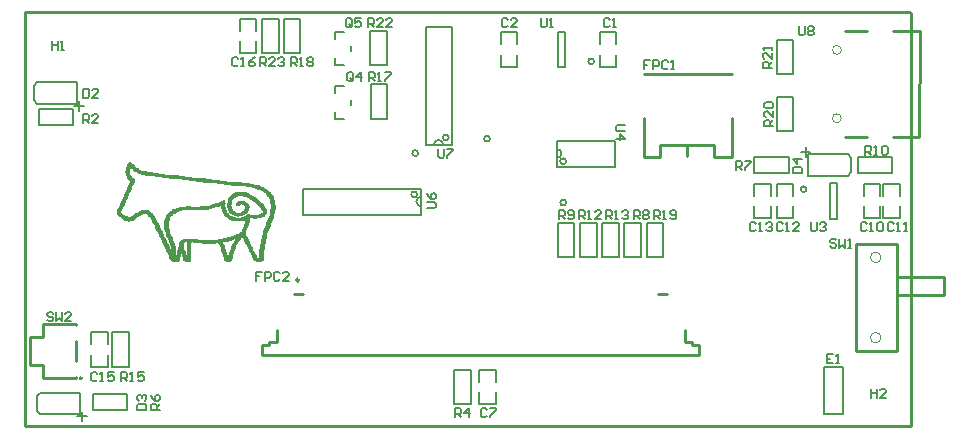
<source format=gto>
G04*
G04 #@! TF.GenerationSoftware,Altium Limited,Altium Designer,20.0.13 (296)*
G04*
G04 Layer_Color=65535*
%FSLAX24Y24*%
%MOIN*%
G70*
G01*
G75*
%ADD10C,0.0079*%
%ADD11C,0.0100*%
%ADD12C,0.0059*%
%ADD13C,0.0026*%
%ADD14C,0.0050*%
%ADD15C,0.0002*%
D10*
X36783Y42056D02*
G03*
X36783Y42056I-98J0D01*
G01*
X43864Y37794D02*
G03*
X43864Y37794I-98J0D01*
G01*
X30920Y38998D02*
G03*
X30920Y38998I-98J0D01*
G01*
X33313Y39478D02*
G03*
X33313Y39478I-98J0D01*
G01*
X35850Y37350D02*
G03*
X35850Y37350I-98J0D01*
G01*
D11*
X19704Y31502D02*
G03*
X19704Y31502I-32J0D01*
G01*
X26953Y34768D02*
G03*
X26953Y34768I-50J0D01*
G01*
X19501Y33259D02*
Y33286D01*
X18399D02*
X19501D01*
X18399Y32872D02*
Y33286D01*
X17985Y32872D02*
X18399D01*
X17985Y31928D02*
Y32872D01*
Y31928D02*
X18399D01*
Y31514D02*
Y31928D01*
Y31514D02*
X18635D01*
X19501Y32078D02*
Y32722D01*
X18655Y31514D02*
X19501D01*
Y31541D01*
X46879Y34283D02*
X48454D01*
X46879D02*
Y34873D01*
X48454D01*
Y34283D02*
Y34873D01*
X45501Y32393D02*
X46879D01*
X45501D02*
Y35976D01*
X46879D01*
Y32393D02*
Y35976D01*
X46747Y39540D02*
X47627D01*
X47632Y43060D01*
X46746D02*
X47632D01*
X45152Y39528D02*
X45868D01*
X45152Y43072D02*
X45868D01*
X38456Y41642D02*
X41396D01*
X38456Y38881D02*
X38986D01*
Y39262D01*
X39866D01*
Y38891D02*
Y39262D01*
X40786D01*
Y38881D02*
Y39262D01*
Y38881D02*
X41386D01*
X38643Y41642D02*
X41141D01*
X38456Y38881D02*
Y40158D01*
Y38881D02*
X38986D01*
X41396D02*
Y40158D01*
X38912Y34318D02*
X39211D01*
X26795D02*
X27094D01*
X25719Y32268D02*
Y32618D01*
X25953D01*
Y32718D01*
X26203D01*
Y33104D01*
X40286Y32268D02*
Y32618D01*
X40053D02*
X40286D01*
X40053D02*
Y32718D01*
X39803D02*
X40053D01*
X39803D02*
Y33104D01*
X25719Y32268D02*
X40286D01*
X47331Y43678D02*
X47350D01*
X47331D02*
X47331Y29922D01*
X47350Y29900D01*
X17800Y43700D02*
X47328D01*
X17800D02*
X17800Y29900D01*
X47350D01*
D12*
X30881Y37620D02*
G03*
X30881Y37620I-98J0D01*
G01*
X31019Y37542D02*
G03*
X31019Y37227I0J-157D01*
G01*
X31757Y39281D02*
G03*
X31443Y39281I-157J0D01*
G01*
X31935Y39518D02*
G03*
X31935Y39518I-98J0D01*
G01*
X35850Y38728D02*
G03*
X35850Y38728I-98J0D01*
G01*
X35536Y38827D02*
G03*
X35536Y39142I0J157D01*
G01*
X36974Y41875D02*
Y42273D01*
Y41875D02*
X37526D01*
Y42273D01*
X36974Y42627D02*
Y43025D01*
X37526D01*
Y42627D02*
Y43025D01*
X35582Y41859D02*
X35818D01*
X35582D02*
Y43041D01*
X35818D01*
Y41859D02*
Y43041D01*
X33674Y41875D02*
Y42273D01*
Y41875D02*
X34226D01*
Y42273D01*
X33674Y42627D02*
Y43025D01*
X34226D01*
Y42627D02*
Y43025D01*
X20075Y30424D02*
Y30976D01*
Y30424D02*
X21225D01*
X20075Y30976D02*
X21225D01*
Y30424D02*
Y30976D01*
X19564Y30221D02*
X19879D01*
X19721Y30063D02*
Y30378D01*
X18198Y30414D02*
X18316Y30296D01*
X18198Y30414D02*
Y30886D01*
X18316Y31004D01*
X19654D01*
Y30296D02*
Y31004D01*
X18316Y30296D02*
X19654D01*
X20724Y31875D02*
X21275D01*
Y33025D01*
X20724Y31875D02*
Y33025D01*
X21275D01*
X20576Y32627D02*
Y33025D01*
X20024D02*
X20576D01*
X20024Y32627D02*
Y33025D01*
X20576Y31875D02*
Y32273D01*
X20024Y31875D02*
X20576D01*
X20024D02*
Y32273D01*
X33506Y31377D02*
Y31775D01*
X32955D02*
X33506D01*
X32955Y31377D02*
Y31775D01*
X33506Y30625D02*
Y31023D01*
X32955Y30625D02*
X33506D01*
X32955D02*
Y31023D01*
X32124Y31775D02*
X32676D01*
X32124Y30625D02*
Y31775D01*
X32676Y30625D02*
Y31775D01*
X32124Y30625D02*
X32676D01*
X44435Y30287D02*
X45065D01*
Y31862D01*
X44435D02*
X45065D01*
X44435Y30287D02*
Y31862D01*
X43426Y37577D02*
Y37975D01*
X42874D02*
X43426D01*
X42874Y37577D02*
Y37975D01*
X43426Y36825D02*
Y37223D01*
X42874Y36825D02*
X43426D01*
X42874D02*
Y37223D01*
X42676Y37577D02*
Y37975D01*
X42125D02*
X42676D01*
X42125Y37577D02*
Y37975D01*
X42676Y36825D02*
Y37223D01*
X42125Y36825D02*
X42676D01*
X42125D02*
Y37223D01*
X44632Y37991D02*
X44868D01*
Y36809D02*
Y37991D01*
X44632Y36809D02*
X44868D01*
X44632D02*
Y37991D01*
X46424Y36825D02*
Y37223D01*
Y36825D02*
X46976D01*
Y37223D01*
X46424Y37577D02*
Y37975D01*
X46976D01*
Y37577D02*
Y37975D01*
X45770Y36825D02*
Y37223D01*
Y36825D02*
X46321D01*
Y37223D01*
X45770Y37577D02*
Y37975D01*
X46321D01*
Y37577D02*
Y37975D01*
X45576Y38324D02*
Y38876D01*
Y38324D02*
X46726D01*
X45576Y38876D02*
X46726D01*
Y38324D02*
Y38876D01*
X43673Y39029D02*
X43988D01*
X43831Y38872D02*
Y39187D01*
X45236Y38954D02*
X45354Y38836D01*
Y38364D02*
Y38836D01*
X45236Y38246D02*
X45354Y38364D01*
X43898Y38246D02*
X45236D01*
X43898D02*
Y38954D01*
X45236D01*
X42125Y38324D02*
Y38876D01*
Y38324D02*
X43275D01*
X42125Y38876D02*
X43275D01*
Y38324D02*
Y38876D01*
X42874Y40875D02*
X43426D01*
X42874Y39725D02*
Y40875D01*
X43426Y39725D02*
Y40875D01*
X42874Y39725D02*
X43426D01*
X42874Y41625D02*
X43426D01*
Y42775D01*
X42874Y41625D02*
Y42775D01*
X43426D01*
X38536Y36675D02*
X39087D01*
X38536Y35525D02*
Y36675D01*
X39087Y35525D02*
Y36675D01*
X38536Y35525D02*
X39087D01*
X37795D02*
X38347D01*
Y36675D01*
X37795Y35525D02*
Y36675D01*
X38347D01*
X37055D02*
X37606D01*
X37055Y35525D02*
Y36675D01*
X37606Y35525D02*
Y36675D01*
X37055Y35525D02*
X37606D01*
X36315Y36675D02*
X36866D01*
X36315Y35525D02*
Y36675D01*
X36866Y35525D02*
Y36675D01*
X36315Y35525D02*
X36866D01*
X35574D02*
X36126D01*
Y36675D01*
X35574Y35525D02*
Y36675D01*
X36126D01*
X27081Y37817D02*
X31019D01*
X27081Y36951D02*
Y37817D01*
Y36951D02*
X31019D01*
Y37817D01*
X31167Y39281D02*
X32033D01*
X31167D02*
Y43218D01*
X32033D01*
Y39281D02*
Y43218D01*
X29343Y40142D02*
X29894D01*
Y41291D01*
X29343Y40142D02*
Y41291D01*
X29894D01*
X28139Y41006D02*
Y41242D01*
X28454D01*
X28139Y40139D02*
Y40376D01*
Y40139D02*
X28454D01*
X28691Y40612D02*
Y40769D01*
X29324Y41926D02*
X29876D01*
Y43076D01*
X29324Y41926D02*
Y43076D01*
X29876D01*
X28139Y42789D02*
Y43025D01*
X28454D01*
X28139Y41923D02*
Y42159D01*
Y41923D02*
X28454D01*
X28691Y42395D02*
Y42553D01*
X19425Y39924D02*
Y40476D01*
X18275D02*
X19425D01*
X18275Y39924D02*
X19425D01*
X18275D02*
Y40476D01*
X19464Y40571D02*
X19779D01*
X19621Y40413D02*
Y40728D01*
X18098Y40764D02*
X18216Y40646D01*
X18098Y40764D02*
Y41236D01*
X18216Y41354D01*
X19554D01*
Y40646D02*
Y41354D01*
X18216Y40646D02*
X19554D01*
X26432Y42325D02*
X26983D01*
Y43475D01*
X26432Y42325D02*
Y43475D01*
X26983D01*
X25724D02*
X26276D01*
X25724Y42325D02*
Y43475D01*
X26276Y42325D02*
Y43475D01*
X25724Y42325D02*
X26276D01*
X25525Y43077D02*
Y43475D01*
X24974D02*
X25525D01*
X24974Y43077D02*
Y43475D01*
X25525Y42325D02*
Y42723D01*
X24974Y42325D02*
X25525D01*
X24974D02*
Y42723D01*
X35531Y38551D02*
Y39417D01*
X37469D01*
Y38551D02*
Y39417D01*
X35531Y38551D02*
X37469D01*
D13*
X25499Y35411D02*
X25680D01*
X24516D02*
X24645D01*
X23144D02*
X23300D01*
X22705D02*
X22912D01*
X25447Y35437D02*
X25732D01*
X24464D02*
X24697D01*
X23093D02*
X23326D01*
X22679D02*
X22963D01*
X25421Y35463D02*
X25732D01*
X24464D02*
X24697D01*
X23093D02*
X23326D01*
X22653D02*
X22963D01*
X25421Y35489D02*
X25732D01*
X24438D02*
X24697D01*
X23067D02*
X23326D01*
X22653D02*
X22963D01*
X25421Y35515D02*
X25732D01*
X24438D02*
X24723D01*
X23067D02*
X23326D01*
X22627D02*
X22963D01*
X25602Y35541D02*
X25758D01*
X25395D02*
X25525D01*
X24593D02*
X24723D01*
X24438D02*
X24567D01*
X23222D02*
X23326D01*
X23067D02*
X23196D01*
X22860D02*
X22963D01*
X22627D02*
X22808D01*
X25628Y35566D02*
X25758D01*
X25395D02*
X25525D01*
X24593D02*
X24723D01*
X24412D02*
X24542D01*
X23222D02*
X23326D01*
X23041D02*
X23196D01*
X22860D02*
X22989D01*
X22627D02*
X22808D01*
X25628Y35592D02*
X25758D01*
X25370D02*
X25499D01*
X24593D02*
X24723D01*
X24412D02*
X24542D01*
X23222D02*
X23326D01*
X23041D02*
X23170D01*
X22860D02*
X22989D01*
X22601D02*
X22808D01*
X25628Y35618D02*
X25758D01*
X25370D02*
X25473D01*
X24619D02*
X24723D01*
X24412D02*
X24542D01*
X23222D02*
X23326D01*
X23041D02*
X23170D01*
X22860D02*
X22989D01*
X22601D02*
X22808D01*
X25628Y35644D02*
X25758D01*
X25344D02*
X25473D01*
X24619D02*
X24723D01*
X24412D02*
X24516D01*
X23222D02*
X23326D01*
X23041D02*
X23144D01*
X22886D02*
X22989D01*
X22575D02*
X22808D01*
X25628Y35670D02*
X25758D01*
X25344D02*
X25447D01*
X24619D02*
X24749D01*
X24386D02*
X24516D01*
X23222D02*
X23326D01*
X23015D02*
X23144D01*
X22886D02*
X22989D01*
X22575D02*
X22808D01*
X25628Y35696D02*
X25758D01*
X25318D02*
X25447D01*
X24619D02*
X24749D01*
X24386D02*
X24516D01*
X23222D02*
X23326D01*
X23015D02*
X23144D01*
X22886D02*
X22989D01*
X22549D02*
X22808D01*
X25628Y35722D02*
X25758D01*
X25318D02*
X25421D01*
X24645D02*
X24749D01*
X24386D02*
X24490D01*
X23222D02*
X23326D01*
X22886D02*
X23144D01*
X22549D02*
X22808D01*
X25628Y35748D02*
X25758D01*
X25292D02*
X25421D01*
X24645D02*
X24749D01*
X24360D02*
X24490D01*
X23222D02*
X23326D01*
X22886D02*
X23119D01*
X22679D02*
X22808D01*
X22523D02*
X22653D01*
X25628Y35773D02*
X25758D01*
X25292D02*
X25395D01*
X24645D02*
X24774D01*
X24360D02*
X24490D01*
X23222D02*
X23326D01*
X22886D02*
X23119D01*
X22679D02*
X22808D01*
X22523D02*
X22653D01*
X25628Y35799D02*
X25784D01*
X25266D02*
X25395D01*
X24671D02*
X24774D01*
X24360D02*
X24490D01*
X23222D02*
X23326D01*
X22912D02*
X23093D01*
X22679D02*
X22808D01*
X22498D02*
X22653D01*
X25654Y35825D02*
X25784D01*
X25266D02*
X25395D01*
X24671D02*
X24800D01*
X24335D02*
X24464D01*
X23222D02*
X23326D01*
X22912D02*
X23093D01*
X22679D02*
X22808D01*
X22498D02*
X22627D01*
X25654Y35851D02*
X25784D01*
X25240D02*
X25370D01*
X24671D02*
X24800D01*
X24335D02*
X24464D01*
X23222D02*
X23326D01*
X22912D02*
X23093D01*
X22679D02*
X22808D01*
X22472D02*
X22601D01*
X25654Y35877D02*
X25784D01*
X25240D02*
X25370D01*
X24697D02*
X24800D01*
X24335D02*
X24438D01*
X23222D02*
X23326D01*
X22912D02*
X23067D01*
X22679D02*
X22808D01*
X22472D02*
X22601D01*
X25654Y35903D02*
X25784D01*
X25214D02*
X25344D01*
X24697D02*
X24826D01*
X24309D02*
X24438D01*
X23222D02*
X23326D01*
X22937D02*
X23067D01*
X22679D02*
X22808D01*
X22446D02*
X22601D01*
X25654Y35929D02*
X25784D01*
X25214D02*
X25318D01*
X24723D02*
X24826D01*
X24309D02*
X24438D01*
X23222D02*
X23326D01*
X22937D02*
X23067D01*
X22653D02*
X22782D01*
X22446D02*
X22575D01*
X25654Y35955D02*
X25784D01*
X25188D02*
X25318D01*
X24723D02*
X24852D01*
X24283D02*
X24412D01*
X23222D02*
X23326D01*
X22937D02*
X23067D01*
X22653D02*
X22782D01*
X22446D02*
X22575D01*
X25654Y35980D02*
X25784D01*
X25188D02*
X25318D01*
X24749D02*
X24852D01*
X24283D02*
X24412D01*
X23222D02*
X23326D01*
X22937D02*
X23067D01*
X22653D02*
X22782D01*
X22420D02*
X22549D01*
X25680Y36006D02*
X25809D01*
X25163D02*
X25292D01*
X24749D02*
X24878D01*
X24257D02*
X24386D01*
X23714D02*
X24153D01*
X23222D02*
X23326D01*
X22963D02*
X23093D01*
X22653D02*
X22782D01*
X22420D02*
X22549D01*
X25680Y36032D02*
X25809D01*
X25163D02*
X25292D01*
X24774D02*
X24878D01*
X23403D02*
X24386D01*
X23222D02*
X23351D01*
X22963D02*
X23119D01*
X22627D02*
X22756D01*
X22394D02*
X22523D01*
X25680Y36058D02*
X25809D01*
X25137D02*
X25266D01*
X24774D02*
X24904D01*
X22989D02*
X24464D01*
X22627D02*
X22756D01*
X22394D02*
X22523D01*
X25680Y36084D02*
X25809D01*
X25111D02*
X25266D01*
X24800D02*
X24930D01*
X22989D02*
X24567D01*
X22601D02*
X22756D01*
X22368D02*
X22498D01*
X25680Y36110D02*
X25809D01*
X25111D02*
X25240D01*
X24800D02*
X24956D01*
X23015D02*
X24671D01*
X22601D02*
X22730D01*
X22368D02*
X22498D01*
X25680Y36136D02*
X25809D01*
X25111D02*
X25240D01*
X24826D02*
X24981D01*
X24257D02*
X24749D01*
X23067D02*
X23533D01*
X22575D02*
X22730D01*
X22342D02*
X22472D01*
X25706Y36162D02*
X25835D01*
X25085D02*
X25214D01*
X24852D02*
X24981D01*
X24412D02*
X24826D01*
X22575D02*
X22730D01*
X22342D02*
X22472D01*
X25706Y36187D02*
X25835D01*
X25085D02*
X25214D01*
X24542D02*
X25007D01*
X22549D02*
X22705D01*
X22316D02*
X22446D01*
X25706Y36213D02*
X25835D01*
X25059D02*
X25188D01*
X24619D02*
X25033D01*
X22549D02*
X22705D01*
X22316D02*
X22446D01*
X25706Y36239D02*
X25835D01*
X25059D02*
X25188D01*
X24697D02*
X25033D01*
X22523D02*
X22679D01*
X22291D02*
X22420D01*
X25706Y36265D02*
X25861D01*
X24774D02*
X25163D01*
X22523D02*
X22653D01*
X22291D02*
X22420D01*
X25732Y36291D02*
X25861D01*
X24852D02*
X25163D01*
X22523D02*
X22653D01*
X22265D02*
X22420D01*
X25732Y36317D02*
X25861D01*
X24904D02*
X25137D01*
X22498D02*
X22653D01*
X22265D02*
X22394D01*
X25732Y36343D02*
X25861D01*
X24956D02*
X25137D01*
X22498D02*
X22627D01*
X22239D02*
X22368D01*
X25758Y36369D02*
X25887D01*
X24981D02*
X25137D01*
X22498D02*
X22627D01*
X22239D02*
X22368D01*
X25758Y36394D02*
X25887D01*
X25033D02*
X25163D01*
X22472D02*
X22601D01*
X22213D02*
X22368D01*
X25758Y36420D02*
X25887D01*
X25033D02*
X25163D01*
X22472D02*
X22601D01*
X22213D02*
X22342D01*
X25758Y36446D02*
X25913D01*
X25059D02*
X25163D01*
X22472D02*
X22601D01*
X22187D02*
X22342D01*
X25784Y36472D02*
X25913D01*
X25059D02*
X25188D01*
X22446D02*
X22601D01*
X22187D02*
X22316D01*
X25784Y36498D02*
X25939D01*
X25085D02*
X25188D01*
X22446D02*
X22575D01*
X22161D02*
X22316D01*
X25809Y36524D02*
X25939D01*
X25085D02*
X25214D01*
X22446D02*
X22575D01*
X22161D02*
X22291D01*
X25809Y36550D02*
X25939D01*
X25085D02*
X25214D01*
X22446D02*
X22575D01*
X22135D02*
X22291D01*
X25809Y36576D02*
X25965D01*
X25111D02*
X25214D01*
X22446D02*
X22575D01*
X22135D02*
X22265D01*
X25835Y36601D02*
X25965D01*
X25111D02*
X25240D01*
X22446D02*
X22575D01*
X22135D02*
X22265D01*
X25835Y36627D02*
X25991D01*
X25111D02*
X25240D01*
X22446D02*
X22575D01*
X22109D02*
X22239D01*
X25861Y36653D02*
X25991D01*
X25137D02*
X25240D01*
X22446D02*
X22575D01*
X22084D02*
X22239D01*
X25861Y36679D02*
X25991D01*
X25137D02*
X25240D01*
X22446D02*
X22575D01*
X22084D02*
X22213D01*
X25861Y36705D02*
X26016D01*
X25137D02*
X25266D01*
X22446D02*
X22575D01*
X22058D02*
X22213D01*
X25887Y36731D02*
X26016D01*
X25137D02*
X25266D01*
X22446D02*
X22575D01*
X22058D02*
X22187D01*
X21256D02*
X21281D01*
X25887Y36757D02*
X26042D01*
X25163D02*
X25266D01*
X24774D02*
X25059D01*
X22446D02*
X22575D01*
X22032D02*
X22187D01*
X21178D02*
X21359D01*
X25913Y36783D02*
X26042D01*
X24671D02*
X25266D01*
X22472D02*
X22601D01*
X22032D02*
X22161D01*
X21126D02*
X21411D01*
X25913Y36808D02*
X26042D01*
X24619D02*
X25266D01*
X22472D02*
X22601D01*
X22006D02*
X22161D01*
X21074D02*
X21437D01*
X25913Y36834D02*
X26068D01*
X25421D02*
X25525D01*
X24567D02*
X25266D01*
X22472D02*
X22601D01*
X22006D02*
X22135D01*
X21049D02*
X21488D01*
X25939Y36860D02*
X26068D01*
X25007D02*
X25680D01*
X24542D02*
X24826D01*
X22498D02*
X22627D01*
X21980D02*
X22109D01*
X21281D02*
X21514D01*
X21023D02*
X21256D01*
X25939Y36886D02*
X26068D01*
X25111D02*
X25732D01*
X24516D02*
X24723D01*
X22498D02*
X22653D01*
X21954D02*
X22109D01*
X21333D02*
X21566D01*
X20971D02*
X21204D01*
X25965Y36912D02*
X26094D01*
X25163D02*
X25784D01*
X24878D02*
X24930D01*
X24490D02*
X24671D01*
X22523D02*
X22653D01*
X21928D02*
X22084D01*
X21359D02*
X21592D01*
X20945D02*
X21152D01*
X25965Y36938D02*
X26094D01*
X25188D02*
X25784D01*
X24774D02*
X25059D01*
X24464D02*
X24619D01*
X22523D02*
X22705D01*
X21928D02*
X22084D01*
X21411D02*
X21644D01*
X20919D02*
X21100D01*
X25965Y36964D02*
X26094D01*
X25628D02*
X25809D01*
X25214D02*
X25292D01*
X24723D02*
X25111D01*
X24438D02*
X24593D01*
X22549D02*
X22730D01*
X21877D02*
X22058D01*
X21437D02*
X21721D01*
X20893D02*
X21049D01*
X25965Y36990D02*
X26120D01*
X25680D02*
X25835D01*
X24671D02*
X25163D01*
X24438D02*
X24567D01*
X22575D02*
X22756D01*
X21488D02*
X22032D01*
X20893D02*
X21023D01*
X25991Y37015D02*
X26120D01*
X25706D02*
X25835D01*
X24645D02*
X25188D01*
X24412D02*
X24542D01*
X22601D02*
X22808D01*
X21540D02*
X22006D01*
X20867D02*
X20997D01*
X25991Y37041D02*
X26120D01*
X25732D02*
X25835D01*
X25007D02*
X25214D01*
X24619D02*
X24826D01*
X24412D02*
X24516D01*
X22627D02*
X22860D01*
X21566D02*
X21980D01*
X20867D02*
X20971D01*
X25991Y37067D02*
X26120D01*
X25732D02*
X25835D01*
X25059D02*
X25214D01*
X24619D02*
X24774D01*
X24386D02*
X24516D01*
X22653D02*
X22912D01*
X21618D02*
X21954D01*
X20867D02*
X20997D01*
X25991Y37093D02*
X26120D01*
X25706D02*
X25835D01*
X25111D02*
X25240D01*
X24593D02*
X24723D01*
X24386D02*
X24516D01*
X22705D02*
X23015D01*
X21670D02*
X21902D01*
X20893D02*
X21023D01*
X25991Y37119D02*
X26120D01*
X25706D02*
X25835D01*
X25111D02*
X25240D01*
X24593D02*
X24723D01*
X24386D02*
X24490D01*
X22730D02*
X23740D01*
X20893D02*
X21023D01*
X25991Y37145D02*
X26146D01*
X25680D02*
X25809D01*
X25137D02*
X25240D01*
X24567D02*
X24697D01*
X24386D02*
X24490D01*
X22808D02*
X23921D01*
X20919D02*
X21023D01*
X26016Y37171D02*
X26146D01*
X25680D02*
X25809D01*
X25137D02*
X25240D01*
X24567D02*
X24671D01*
X24360D02*
X24490D01*
X22860D02*
X24024D01*
X20919D02*
X21049D01*
X26016Y37197D02*
X26146D01*
X25654D02*
X25784D01*
X25137D02*
X25266D01*
X24542D02*
X24671D01*
X24360D02*
X24490D01*
X22963D02*
X24102D01*
X20945D02*
X21049D01*
X26016Y37222D02*
X26146D01*
X25628D02*
X25784D01*
X25137D02*
X25266D01*
X24542D02*
X24671D01*
X24360D02*
X24464D01*
X23662D02*
X24205D01*
X23170D02*
X23326D01*
X20945D02*
X21074D01*
X26016Y37248D02*
X26146D01*
X25602D02*
X25758D01*
X25137D02*
X25240D01*
X24542D02*
X24671D01*
X24360D02*
X24464D01*
X23869D02*
X24283D01*
X20971D02*
X21074D01*
X26016Y37274D02*
X26146D01*
X25577D02*
X25758D01*
X25111D02*
X25240D01*
X24852D02*
X24956D01*
X24542D02*
X24645D01*
X23972D02*
X24464D01*
X20971D02*
X21100D01*
X26016Y37300D02*
X26120D01*
X25551D02*
X25732D01*
X25059D02*
X25240D01*
X24852D02*
X24981D01*
X24542D02*
X24671D01*
X24050D02*
X24464D01*
X20971D02*
X21100D01*
X25991Y37326D02*
X26120D01*
X25525D02*
X25706D01*
X24852D02*
X25214D01*
X24542D02*
X24671D01*
X24153D02*
X24464D01*
X20997D02*
X21126D01*
X25991Y37352D02*
X26120D01*
X25499D02*
X25680D01*
X24878D02*
X25188D01*
X24542D02*
X24671D01*
X24205D02*
X24490D01*
X20997D02*
X21126D01*
X25991Y37378D02*
X26120D01*
X25473D02*
X25654D01*
X24878D02*
X25163D01*
X24567D02*
X24671D01*
X24283D02*
X24464D01*
X21023D02*
X21152D01*
X25991Y37404D02*
X26120D01*
X25421D02*
X25602D01*
X24930D02*
X25111D01*
X24567D02*
X24671D01*
X24360D02*
X24464D01*
X21023D02*
X21152D01*
X25991Y37429D02*
X26120D01*
X25395D02*
X25577D01*
X24567D02*
X24697D01*
X24412D02*
X24438D01*
X21049D02*
X21152D01*
X25965Y37455D02*
X26094D01*
X25370D02*
X25551D01*
X24567D02*
X24697D01*
X21049D02*
X21178D01*
X25965Y37481D02*
X26094D01*
X25318D02*
X25525D01*
X24593D02*
X24723D01*
X21074D02*
X21178D01*
X25939Y37507D02*
X26094D01*
X25266D02*
X25499D01*
X24593D02*
X24749D01*
X21074D02*
X21204D01*
X25939Y37533D02*
X26068D01*
X25214D02*
X25473D01*
X24619D02*
X24800D01*
X21074D02*
X21204D01*
X25913Y37559D02*
X26068D01*
X25188D02*
X25421D01*
X24645D02*
X24852D01*
X21100D02*
X21230D01*
X25887Y37585D02*
X26042D01*
X25085D02*
X25395D01*
X24645D02*
X24878D01*
X21100D02*
X21230D01*
X25887Y37610D02*
X26042D01*
X24697D02*
X25344D01*
X21126D02*
X21256D01*
X25861Y37636D02*
X26016D01*
X24723D02*
X25292D01*
X21126D02*
X21256D01*
X25835Y37662D02*
X25991D01*
X24749D02*
X25240D01*
X21152D02*
X21256D01*
X25809Y37688D02*
X25965D01*
X24826D02*
X25188D01*
X21152D02*
X21281D01*
X25784Y37714D02*
X25939D01*
X24878D02*
X25085D01*
X21178D02*
X21281D01*
X25732Y37740D02*
X25913D01*
X21178D02*
X21307D01*
X25680Y37766D02*
X25887D01*
X21178D02*
X21307D01*
X25628Y37792D02*
X25861D01*
X21204D02*
X21333D01*
X25551Y37817D02*
X25809D01*
X21204D02*
X21333D01*
X25473Y37843D02*
X25784D01*
X21230D02*
X21333D01*
X25370Y37869D02*
X25732D01*
X21230D02*
X21359D01*
X25188Y37895D02*
X25654D01*
X21256D02*
X21359D01*
X24930Y37921D02*
X25602D01*
X21256D02*
X21385D01*
X24697Y37947D02*
X25525D01*
X21256D02*
X21385D01*
X24438Y37973D02*
X25421D01*
X21281D02*
X21411D01*
X24205Y37999D02*
X25266D01*
X21281D02*
X21411D01*
X23946Y38024D02*
X25007D01*
X21307D02*
X21437D01*
X23740Y38050D02*
X24774D01*
X21307D02*
X21437D01*
X23507Y38076D02*
X24516D01*
X21307D02*
X21437D01*
X23274Y38102D02*
X24283D01*
X21281D02*
X21437D01*
X23041Y38128D02*
X24024D01*
X21256D02*
X21437D01*
X22808Y38154D02*
X23817D01*
X21256D02*
X21411D01*
X22601Y38180D02*
X23584D01*
X21230D02*
X21385D01*
X22368Y38206D02*
X23351D01*
X21204D02*
X21359D01*
X22161Y38231D02*
X23119D01*
X21204D02*
X21333D01*
X21980Y38257D02*
X22912D01*
X21178D02*
X21307D01*
X21799Y38283D02*
X22653D01*
X21178D02*
X21307D01*
X21670Y38309D02*
X22446D01*
X21178D02*
X21281D01*
X21592Y38335D02*
X22239D01*
X21178D02*
X21281D01*
X21540Y38361D02*
X22032D01*
X21152D02*
X21281D01*
X21488Y38387D02*
X21851D01*
X21152D02*
X21281D01*
X21463Y38413D02*
X21721D01*
X21152D02*
X21281D01*
X21411Y38438D02*
X21644D01*
X21178D02*
X21281D01*
X21411Y38464D02*
X21592D01*
X21178D02*
X21281D01*
X21385Y38490D02*
X21566D01*
X21178D02*
X21281D01*
X21359Y38516D02*
X21514D01*
X21178D02*
X21307D01*
X21178Y38542D02*
X21488D01*
X21204Y38568D02*
X21463D01*
X21204Y38594D02*
X21437D01*
X21230Y38620D02*
X21411D01*
X21230Y38645D02*
X21385D01*
X21256Y38671D02*
X21359D01*
X21281Y38697D02*
X21307D01*
D14*
X24925Y42150D02*
X24875Y42200D01*
X24775D01*
X24725Y42150D01*
Y41950D01*
X24775Y41900D01*
X24875D01*
X24925Y41950D01*
X25025Y41900D02*
X25125D01*
X25075D01*
Y42200D01*
X25025Y42150D01*
X25475Y42200D02*
X25375Y42150D01*
X25275Y42050D01*
Y41950D01*
X25325Y41900D01*
X25425D01*
X25475Y41950D01*
Y42000D01*
X25425Y42050D01*
X25275D01*
X29275Y41400D02*
Y41700D01*
X29425D01*
X29475Y41650D01*
Y41550D01*
X29425Y41500D01*
X29275D01*
X29375D02*
X29475Y41400D01*
X29575D02*
X29675D01*
X29625D01*
Y41700D01*
X29575Y41650D01*
X29825Y41700D02*
X30025D01*
Y41650D01*
X29825Y41450D01*
Y41400D01*
X31586Y39148D02*
Y38898D01*
X31636Y38848D01*
X31736D01*
X31786Y38898D01*
Y39148D01*
X31886D02*
X32086D01*
Y39098D01*
X31886Y38898D01*
Y38848D01*
X44750Y32300D02*
X44550D01*
Y32000D01*
X44750D01*
X44550Y32150D02*
X44650D01*
X44850Y32000D02*
X44950D01*
X44900D01*
Y32300D01*
X44850Y32250D01*
X37800Y39934D02*
X37550D01*
X37500Y39884D01*
Y39784D01*
X37550Y39734D01*
X37800D01*
X37500Y39484D02*
X37800D01*
X37650Y39634D01*
Y39434D01*
X31200Y37164D02*
X31450D01*
X31500Y37214D01*
Y37314D01*
X31450Y37364D01*
X31200D01*
Y37664D02*
X31250Y37564D01*
X31350Y37464D01*
X31450D01*
X31500Y37514D01*
Y37614D01*
X31450Y37664D01*
X31400D01*
X31350Y37614D01*
Y37464D01*
X44000Y36700D02*
Y36450D01*
X44050Y36400D01*
X44150D01*
X44200Y36450D01*
Y36700D01*
X44300Y36650D02*
X44350Y36700D01*
X44450D01*
X44500Y36650D01*
Y36600D01*
X44450Y36550D01*
X44400D01*
X44450D01*
X44500Y36500D01*
Y36450D01*
X44450Y36400D01*
X44350D01*
X44300Y36450D01*
X35000Y43500D02*
Y43250D01*
X35050Y43200D01*
X35150D01*
X35200Y43250D01*
Y43500D01*
X35300Y43200D02*
X35400D01*
X35350D01*
Y43500D01*
X35300Y43450D01*
X32150Y30200D02*
Y30500D01*
X32300D01*
X32350Y30450D01*
Y30350D01*
X32300Y30300D01*
X32150D01*
X32250D02*
X32350Y30200D01*
X32600D02*
Y30500D01*
X32450Y30350D01*
X32650D01*
X38650Y42100D02*
X38450D01*
Y41950D01*
X38550D01*
X38450D01*
Y41800D01*
X38750D02*
Y42100D01*
X38900D01*
X38950Y42050D01*
Y41950D01*
X38900Y41900D01*
X38750D01*
X39250Y42050D02*
X39200Y42100D01*
X39100D01*
X39050Y42050D01*
Y41850D01*
X39100Y41800D01*
X39200D01*
X39250Y41850D01*
X39350Y41800D02*
X39450D01*
X39400D01*
Y42100D01*
X39350Y42050D01*
X20225Y31650D02*
X20175Y31700D01*
X20075D01*
X20025Y31650D01*
Y31450D01*
X20075Y31400D01*
X20175D01*
X20225Y31450D01*
X20325Y31400D02*
X20425D01*
X20375D01*
Y31700D01*
X20325Y31650D01*
X20775Y31700D02*
X20575D01*
Y31550D01*
X20675Y31600D01*
X20725D01*
X20775Y31550D01*
Y31450D01*
X20725Y31400D01*
X20625D01*
X20575Y31450D01*
X42175Y36650D02*
X42125Y36700D01*
X42025D01*
X41975Y36650D01*
Y36450D01*
X42025Y36400D01*
X42125D01*
X42175Y36450D01*
X42275Y36400D02*
X42375D01*
X42325D01*
Y36700D01*
X42275Y36650D01*
X42525D02*
X42575Y36700D01*
X42675D01*
X42725Y36650D01*
Y36600D01*
X42675Y36550D01*
X42625D01*
X42675D01*
X42725Y36500D01*
Y36450D01*
X42675Y36400D01*
X42575D01*
X42525Y36450D01*
X43075Y36650D02*
X43025Y36700D01*
X42925D01*
X42875Y36650D01*
Y36450D01*
X42925Y36400D01*
X43025D01*
X43075Y36450D01*
X43175Y36400D02*
X43275D01*
X43225D01*
Y36700D01*
X43175Y36650D01*
X43625Y36400D02*
X43425D01*
X43625Y36600D01*
Y36650D01*
X43575Y36700D01*
X43475D01*
X43425Y36650D01*
X46775D02*
X46725Y36700D01*
X46625D01*
X46575Y36650D01*
Y36450D01*
X46625Y36400D01*
X46725D01*
X46775Y36450D01*
X46875Y36400D02*
X46975D01*
X46925D01*
Y36700D01*
X46875Y36650D01*
X47125Y36400D02*
X47225D01*
X47175D01*
Y36700D01*
X47125Y36650D01*
X45870D02*
X45820Y36700D01*
X45720D01*
X45670Y36650D01*
Y36450D01*
X45720Y36400D01*
X45820D01*
X45870Y36450D01*
X45970Y36400D02*
X46070D01*
X46020D01*
Y36700D01*
X45970Y36650D01*
X46220D02*
X46270Y36700D01*
X46370D01*
X46420Y36650D01*
Y36450D01*
X46370Y36400D01*
X46270D01*
X46220Y36450D01*
Y36650D01*
X33200Y30450D02*
X33150Y30500D01*
X33050D01*
X33000Y30450D01*
Y30250D01*
X33050Y30200D01*
X33150D01*
X33200Y30250D01*
X33300Y30500D02*
X33500D01*
Y30450D01*
X33300Y30250D01*
Y30200D01*
X33900Y43450D02*
X33850Y43500D01*
X33750D01*
X33700Y43450D01*
Y43250D01*
X33750Y43200D01*
X33850D01*
X33900Y43250D01*
X34200Y43200D02*
X34000D01*
X34200Y43400D01*
Y43450D01*
X34150Y43500D01*
X34050D01*
X34000Y43450D01*
X37300D02*
X37250Y43500D01*
X37150D01*
X37100Y43450D01*
Y43250D01*
X37150Y43200D01*
X37250D01*
X37300Y43250D01*
X37400Y43200D02*
X37500D01*
X37450D01*
Y43500D01*
X37400Y43450D01*
X44850Y36100D02*
X44800Y36150D01*
X44700D01*
X44650Y36100D01*
Y36050D01*
X44700Y36000D01*
X44800D01*
X44850Y35950D01*
Y35900D01*
X44800Y35850D01*
X44700D01*
X44650Y35900D01*
X44950Y36150D02*
Y35850D01*
X45050Y35950D01*
X45150Y35850D01*
Y36150D01*
X45250Y35850D02*
X45350D01*
X45300D01*
Y36150D01*
X45250Y36100D01*
X43600Y43222D02*
Y42972D01*
X43650Y42922D01*
X43750D01*
X43800Y42972D01*
Y43222D01*
X43900Y43172D02*
X43950Y43222D01*
X44050D01*
X44100Y43172D01*
Y43122D01*
X44050Y43072D01*
X44100Y43022D01*
Y42972D01*
X44050Y42922D01*
X43950D01*
X43900Y42972D01*
Y43022D01*
X43950Y43072D01*
X43900Y43122D01*
Y43172D01*
X43950Y43072D02*
X44050D01*
X18750Y33650D02*
X18700Y33700D01*
X18600D01*
X18550Y33650D01*
Y33600D01*
X18600Y33550D01*
X18700D01*
X18750Y33500D01*
Y33450D01*
X18700Y33400D01*
X18600D01*
X18550Y33450D01*
X18850Y33700D02*
Y33400D01*
X18950Y33500D01*
X19050Y33400D01*
Y33700D01*
X19350Y33400D02*
X19150D01*
X19350Y33600D01*
Y33650D01*
X19300Y33700D01*
X19200D01*
X19150Y33650D01*
X25650Y41901D02*
Y42201D01*
X25800D01*
X25850Y42151D01*
Y42051D01*
X25800Y42001D01*
X25650D01*
X25750D02*
X25850Y41901D01*
X26150D02*
X25950D01*
X26150Y42101D01*
Y42151D01*
X26100Y42201D01*
X26000D01*
X25950Y42151D01*
X26250D02*
X26300Y42201D01*
X26400D01*
X26450Y42151D01*
Y42101D01*
X26400Y42051D01*
X26350D01*
X26400D01*
X26450Y42001D01*
Y41951D01*
X26400Y41901D01*
X26300D01*
X26250Y41951D01*
X29250Y43200D02*
Y43500D01*
X29400D01*
X29450Y43450D01*
Y43350D01*
X29400Y43300D01*
X29250D01*
X29350D02*
X29450Y43200D01*
X29750D02*
X29550D01*
X29750Y43400D01*
Y43450D01*
X29700Y43500D01*
X29600D01*
X29550Y43450D01*
X30050Y43200D02*
X29850D01*
X30050Y43400D01*
Y43450D01*
X30000Y43500D01*
X29900D01*
X29850Y43450D01*
X42700Y41850D02*
X42400D01*
Y42000D01*
X42450Y42050D01*
X42550D01*
X42600Y42000D01*
Y41850D01*
Y41950D02*
X42700Y42050D01*
Y42350D02*
Y42150D01*
X42500Y42350D01*
X42450D01*
X42400Y42300D01*
Y42200D01*
X42450Y42150D01*
X42700Y42450D02*
Y42550D01*
Y42500D01*
X42400D01*
X42450Y42450D01*
X42750Y39900D02*
X42450D01*
Y40050D01*
X42500Y40100D01*
X42600D01*
X42650Y40050D01*
Y39900D01*
Y40000D02*
X42750Y40100D01*
Y40400D02*
Y40200D01*
X42550Y40400D01*
X42500D01*
X42450Y40350D01*
Y40250D01*
X42500Y40200D01*
Y40500D02*
X42450Y40550D01*
Y40650D01*
X42500Y40700D01*
X42700D01*
X42750Y40650D01*
Y40550D01*
X42700Y40500D01*
X42500D01*
X38775Y36800D02*
Y37100D01*
X38925D01*
X38975Y37050D01*
Y36950D01*
X38925Y36900D01*
X38775D01*
X38875D02*
X38975Y36800D01*
X39075D02*
X39175D01*
X39125D01*
Y37100D01*
X39075Y37050D01*
X39325Y36850D02*
X39375Y36800D01*
X39475D01*
X39525Y36850D01*
Y37050D01*
X39475Y37100D01*
X39375D01*
X39325Y37050D01*
Y37000D01*
X39375Y36950D01*
X39525D01*
X26675Y41901D02*
Y42201D01*
X26825D01*
X26875Y42151D01*
Y42051D01*
X26825Y42001D01*
X26675D01*
X26775D02*
X26875Y41901D01*
X26975D02*
X27075D01*
X27025D01*
Y42201D01*
X26975Y42151D01*
X27225D02*
X27275Y42201D01*
X27375D01*
X27425Y42151D01*
Y42101D01*
X27375Y42051D01*
X27425Y42001D01*
Y41951D01*
X27375Y41901D01*
X27275D01*
X27225Y41951D01*
Y42001D01*
X27275Y42051D01*
X27225Y42101D01*
Y42151D01*
X27275Y42051D02*
X27375D01*
X21025Y31391D02*
Y31691D01*
X21175D01*
X21225Y31641D01*
Y31541D01*
X21175Y31491D01*
X21025D01*
X21125D02*
X21225Y31391D01*
X21325D02*
X21425D01*
X21375D01*
Y31691D01*
X21325Y31641D01*
X21775Y31691D02*
X21575D01*
Y31541D01*
X21675Y31591D01*
X21725D01*
X21775Y31541D01*
Y31441D01*
X21725Y31391D01*
X21625D01*
X21575Y31441D01*
X37175Y36800D02*
Y37100D01*
X37325D01*
X37375Y37050D01*
Y36950D01*
X37325Y36900D01*
X37175D01*
X37275D02*
X37375Y36800D01*
X37475D02*
X37575D01*
X37525D01*
Y37100D01*
X37475Y37050D01*
X37725D02*
X37775Y37100D01*
X37875D01*
X37925Y37050D01*
Y37000D01*
X37875Y36950D01*
X37825D01*
X37875D01*
X37925Y36900D01*
Y36850D01*
X37875Y36800D01*
X37775D01*
X37725Y36850D01*
X36275Y36800D02*
Y37100D01*
X36425D01*
X36475Y37050D01*
Y36950D01*
X36425Y36900D01*
X36275D01*
X36375D02*
X36475Y36800D01*
X36575D02*
X36675D01*
X36625D01*
Y37100D01*
X36575Y37050D01*
X37025Y36800D02*
X36825D01*
X37025Y37000D01*
Y37050D01*
X36975Y37100D01*
X36875D01*
X36825Y37050D01*
X45825Y38950D02*
Y39250D01*
X45975D01*
X46025Y39200D01*
Y39100D01*
X45975Y39050D01*
X45825D01*
X45925D02*
X46025Y38950D01*
X46125D02*
X46225D01*
X46175D01*
Y39250D01*
X46125Y39200D01*
X46375D02*
X46425Y39250D01*
X46525D01*
X46575Y39200D01*
Y39000D01*
X46525Y38950D01*
X46425D01*
X46375Y39000D01*
Y39200D01*
X35600Y36800D02*
Y37100D01*
X35750D01*
X35800Y37050D01*
Y36950D01*
X35750Y36900D01*
X35600D01*
X35700D02*
X35800Y36800D01*
X35900Y36850D02*
X35950Y36800D01*
X36050D01*
X36100Y36850D01*
Y37050D01*
X36050Y37100D01*
X35950D01*
X35900Y37050D01*
Y37000D01*
X35950Y36950D01*
X36100D01*
X38100Y36800D02*
Y37100D01*
X38250D01*
X38300Y37050D01*
Y36950D01*
X38250Y36900D01*
X38100D01*
X38200D02*
X38300Y36800D01*
X38400Y37050D02*
X38450Y37100D01*
X38550D01*
X38600Y37050D01*
Y37000D01*
X38550Y36950D01*
X38600Y36900D01*
Y36850D01*
X38550Y36800D01*
X38450D01*
X38400Y36850D01*
Y36900D01*
X38450Y36950D01*
X38400Y37000D01*
Y37050D01*
X38450Y36950D02*
X38550D01*
X41500Y38450D02*
Y38750D01*
X41650D01*
X41700Y38700D01*
Y38600D01*
X41650Y38550D01*
X41500D01*
X41600D02*
X41700Y38450D01*
X41800Y38750D02*
X42000D01*
Y38700D01*
X41800Y38500D01*
Y38450D01*
X22300Y30450D02*
X22000D01*
Y30600D01*
X22050Y30650D01*
X22150D01*
X22200Y30600D01*
Y30450D01*
Y30550D02*
X22300Y30650D01*
X22000Y30950D02*
X22050Y30850D01*
X22150Y30750D01*
X22250D01*
X22300Y30800D01*
Y30900D01*
X22250Y30950D01*
X22200D01*
X22150Y30900D01*
Y30750D01*
X19750Y40000D02*
Y40300D01*
X19900D01*
X19950Y40250D01*
Y40150D01*
X19900Y40100D01*
X19750D01*
X19850D02*
X19950Y40000D01*
X20250D02*
X20050D01*
X20250Y40200D01*
Y40250D01*
X20200Y40300D01*
X20100D01*
X20050Y40250D01*
X28700Y43250D02*
Y43450D01*
X28650Y43500D01*
X28550D01*
X28500Y43450D01*
Y43250D01*
X28550Y43200D01*
X28650D01*
X28600Y43300D02*
X28700Y43200D01*
X28650D02*
X28700Y43250D01*
X29000Y43500D02*
X28800D01*
Y43350D01*
X28900Y43400D01*
X28950D01*
X29000Y43350D01*
Y43250D01*
X28950Y43200D01*
X28850D01*
X28800Y43250D01*
X28750Y41450D02*
Y41650D01*
X28700Y41700D01*
X28600D01*
X28550Y41650D01*
Y41450D01*
X28600Y41400D01*
X28700D01*
X28650Y41500D02*
X28750Y41400D01*
X28700D02*
X28750Y41450D01*
X29000Y41400D02*
Y41700D01*
X28850Y41550D01*
X29050D01*
X46000Y31150D02*
Y30850D01*
Y31000D01*
X46200D01*
Y31150D01*
Y30850D01*
X46500D02*
X46300D01*
X46500Y31050D01*
Y31100D01*
X46450Y31150D01*
X46350D01*
X46300Y31100D01*
X18700Y42750D02*
Y42450D01*
Y42600D01*
X18900D01*
Y42750D01*
Y42450D01*
X19000D02*
X19100D01*
X19050D01*
Y42750D01*
X19000Y42700D01*
X25700Y35050D02*
X25500D01*
Y34900D01*
X25600D01*
X25500D01*
Y34750D01*
X25800D02*
Y35050D01*
X25950D01*
X26000Y35000D01*
Y34900D01*
X25950Y34850D01*
X25800D01*
X26300Y35000D02*
X26250Y35050D01*
X26150D01*
X26100Y35000D01*
Y34800D01*
X26150Y34750D01*
X26250D01*
X26300Y34800D01*
X26600Y34750D02*
X26400D01*
X26600Y34950D01*
Y35000D01*
X26550Y35050D01*
X26450D01*
X26400Y35000D01*
X43400Y38350D02*
X43700D01*
Y38500D01*
X43650Y38550D01*
X43450D01*
X43400Y38500D01*
Y38350D01*
X43700Y38800D02*
X43400D01*
X43550Y38650D01*
Y38850D01*
X21550Y30450D02*
X21850D01*
Y30600D01*
X21800Y30650D01*
X21600D01*
X21550Y30600D01*
Y30450D01*
X21600Y30750D02*
X21550Y30800D01*
Y30900D01*
X21600Y30950D01*
X21650D01*
X21700Y30900D01*
Y30850D01*
Y30900D01*
X21750Y30950D01*
X21800D01*
X21850Y30900D01*
Y30800D01*
X21800Y30750D01*
X19750Y41150D02*
Y40850D01*
X19900D01*
X19950Y40900D01*
Y41100D01*
X19900Y41150D01*
X19750D01*
X20250Y40850D02*
X20050D01*
X20250Y41050D01*
Y41100D01*
X20200Y41150D01*
X20100D01*
X20050Y41100D01*
D15*
X46348Y35523D02*
G03*
X46348Y35523I-177J0D01*
G01*
Y32846D02*
G03*
X46348Y32846I-177J0D01*
G01*
X45024Y42438D02*
G03*
X45024Y42438I-148J0D01*
G01*
Y40162D02*
G03*
X45024Y40162I-148J0D01*
G01*
M02*

</source>
